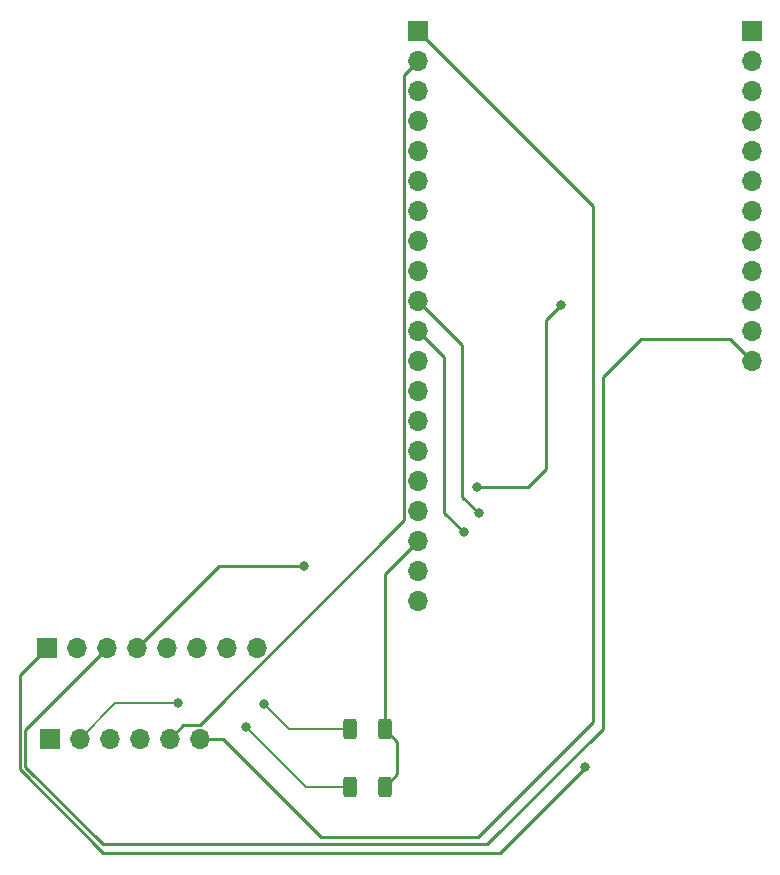
<source format=gtl>
%TF.GenerationSoftware,KiCad,Pcbnew,7.0.5*%
%TF.CreationDate,2024-03-29T22:29:18-04:00*%
%TF.ProjectId,UWB_PCB,5557425f-5043-4422-9e6b-696361645f70,rev?*%
%TF.SameCoordinates,Original*%
%TF.FileFunction,Copper,L1,Top*%
%TF.FilePolarity,Positive*%
%FSLAX46Y46*%
G04 Gerber Fmt 4.6, Leading zero omitted, Abs format (unit mm)*
G04 Created by KiCad (PCBNEW 7.0.5) date 2024-03-29 22:29:18*
%MOMM*%
%LPD*%
G01*
G04 APERTURE LIST*
G04 Aperture macros list*
%AMRoundRect*
0 Rectangle with rounded corners*
0 $1 Rounding radius*
0 $2 $3 $4 $5 $6 $7 $8 $9 X,Y pos of 4 corners*
0 Add a 4 corners polygon primitive as box body*
4,1,4,$2,$3,$4,$5,$6,$7,$8,$9,$2,$3,0*
0 Add four circle primitives for the rounded corners*
1,1,$1+$1,$2,$3*
1,1,$1+$1,$4,$5*
1,1,$1+$1,$6,$7*
1,1,$1+$1,$8,$9*
0 Add four rect primitives between the rounded corners*
20,1,$1+$1,$2,$3,$4,$5,0*
20,1,$1+$1,$4,$5,$6,$7,0*
20,1,$1+$1,$6,$7,$8,$9,0*
20,1,$1+$1,$8,$9,$2,$3,0*%
G04 Aperture macros list end*
%TA.AperFunction,SMDPad,CuDef*%
%ADD10RoundRect,0.250000X0.312500X0.625000X-0.312500X0.625000X-0.312500X-0.625000X0.312500X-0.625000X0*%
%TD*%
%TA.AperFunction,ComponentPad*%
%ADD11R,1.700000X1.700000*%
%TD*%
%TA.AperFunction,ComponentPad*%
%ADD12O,1.700000X1.700000*%
%TD*%
%TA.AperFunction,ViaPad*%
%ADD13C,0.800000*%
%TD*%
%TA.AperFunction,Conductor*%
%ADD14C,0.250000*%
%TD*%
%TA.AperFunction,Conductor*%
%ADD15C,0.200000*%
%TD*%
G04 APERTURE END LIST*
D10*
%TO.P,R1,1*%
%TO.N,/IO35*%
X158762500Y-119650000D03*
%TO.P,R1,2*%
%TO.N,/BATT+*%
X155837500Y-119650000D03*
%TD*%
%TO.P,R2,1*%
%TO.N,/IO35*%
X158762500Y-124500000D03*
%TO.P,R2,2*%
%TO.N,/BATT-*%
X155837500Y-124500000D03*
%TD*%
D11*
%TO.P,J2,1,Pin_1*%
%TO.N,/IO5*%
X130210001Y-112740000D03*
D12*
%TO.P,J2,2,Pin_2*%
%TO.N,/IO18*%
X132750001Y-112740000D03*
%TO.P,J2,3,Pin_3*%
%TO.N,/IO23*%
X135290001Y-112740000D03*
%TO.P,J2,4,Pin_4*%
%TO.N,/IO19*%
X137830000Y-112740000D03*
%TO.P,J2,5,Pin_5*%
%TO.N,unconnected-(J2-Pin_5-Pad5)*%
X140370001Y-112740000D03*
%TO.P,J2,6,Pin_6*%
%TO.N,/GND2*%
X142910001Y-112740000D03*
%TO.P,J2,7,Pin_7*%
%TO.N,/IO17*%
X145450001Y-112740000D03*
%TO.P,J2,8,Pin_8*%
%TO.N,/IO16*%
X147990001Y-112740000D03*
%TD*%
D11*
%TO.P,J1,1,Pin_1*%
%TO.N,/3.3V*%
X161600000Y-60500000D03*
D12*
%TO.P,J1,2,Pin_2*%
%TO.N,/GND1*%
X161600000Y-63040000D03*
%TO.P,J1,3,Pin_3*%
%TO.N,/RST*%
X161600000Y-65580000D03*
%TO.P,J1,4,Pin_4*%
%TO.N,/GND2*%
X161600000Y-68120000D03*
%TO.P,J1,5,Pin_5*%
%TO.N,/IO2*%
X161600000Y-70660000D03*
%TO.P,J1,6,Pin_6*%
%TO.N,/IO12*%
X161600000Y-73200000D03*
%TO.P,J1,7,Pin_7*%
%TO.N,/IO13*%
X161600000Y-75740000D03*
%TO.P,J1,8,Pin_8*%
%TO.N,/IO14*%
X161600000Y-78280000D03*
%TO.P,J1,9,Pin_9*%
%TO.N,/IO15*%
X161600000Y-80820000D03*
%TO.P,J1,10,Pin_10*%
%TO.N,/IO18*%
X161600000Y-83360000D03*
%TO.P,J1,11,Pin_11*%
%TO.N,/IO19*%
X161600000Y-85900000D03*
%TO.P,J1,12,Pin_12*%
%TO.N,/IO25*%
X161600000Y-88440000D03*
%TO.P,J1,13,Pin_13*%
%TO.N,/IO26*%
X161600000Y-90980000D03*
%TO.P,J1,14,Pin_14*%
%TO.N,/IO27*%
X161600000Y-93520000D03*
%TO.P,J1,15,Pin_15*%
%TO.N,/IO32*%
X161600000Y-96060000D03*
%TO.P,J1,16,Pin_16*%
%TO.N,/IO33*%
X161600000Y-98600000D03*
%TO.P,J1,17,Pin_17*%
%TO.N,/IO34*%
X161600000Y-101140000D03*
%TO.P,J1,18,Pin_18*%
%TO.N,/IO35*%
X161600000Y-103680000D03*
%TO.P,J1,19,Pin_19*%
%TO.N,/IO36*%
X161600000Y-106220000D03*
%TO.P,J1,20,Pin_20*%
%TO.N,/IO39*%
X161600000Y-108760000D03*
D11*
%TO.P,J1,21,Pin_21*%
%TO.N,/5V*%
X189830000Y-60500000D03*
D12*
%TO.P,J1,22,Pin_22*%
%TO.N,/GND3*%
X189830000Y-63040000D03*
%TO.P,J1,23,Pin_23*%
%TO.N,/IO3*%
X189830000Y-65580000D03*
%TO.P,J1,24,Pin_24*%
%TO.N,/IO1*%
X189830000Y-68120000D03*
%TO.P,J1,25,Pin_25*%
%TO.N,/IO0*%
X189830000Y-70660000D03*
%TO.P,J1,26,Pin_26*%
%TO.N,/IO4*%
X189830000Y-73200000D03*
%TO.P,J1,27,Pin_27*%
%TO.N,/IO5*%
X189830000Y-75740000D03*
%TO.P,J1,28,Pin_28*%
%TO.N,/IO16*%
X189830000Y-78280000D03*
%TO.P,J1,29,Pin_29*%
%TO.N,/IO17*%
X189830000Y-80820000D03*
%TO.P,J1,30,Pin_30*%
%TO.N,/IO21*%
X189830000Y-83360000D03*
%TO.P,J1,31,Pin_31*%
%TO.N,/IO22*%
X189830000Y-85900000D03*
%TO.P,J1,32,Pin_32*%
%TO.N,/IO23*%
X189830000Y-88440000D03*
%TD*%
D11*
%TO.P,J3,1,Pin_1*%
%TO.N,/BATT-*%
X130400000Y-120434000D03*
D12*
%TO.P,J3,2,Pin_2*%
%TO.N,/BATT+*%
X132940000Y-120434000D03*
%TO.P,J3,3,Pin_3*%
%TO.N,/IO25*%
X135480000Y-120434000D03*
%TO.P,J3,4,Pin_4*%
%TO.N,/IO26*%
X138020000Y-120434000D03*
%TO.P,J3,5,Pin_5*%
%TO.N,/GND1*%
X140560000Y-120434000D03*
%TO.P,J3,6,Pin_6*%
%TO.N,/3.3V*%
X143100000Y-120434000D03*
%TD*%
D13*
%TO.N,/IO19*%
X151900000Y-105800000D03*
X165450000Y-102950000D03*
%TO.N,/IO18*%
X166750000Y-101350000D03*
%TO.N,/IO16*%
X166550000Y-99150000D03*
X173700000Y-83750000D03*
%TO.N,/IO5*%
X175700000Y-122850000D03*
%TO.N,/BATT-*%
X147050000Y-119450000D03*
%TO.N,/BATT+*%
X141300000Y-117450000D03*
X148550000Y-117500000D03*
%TD*%
D14*
%TO.N,/IO35*%
X158762500Y-106517500D02*
X158762500Y-119650000D01*
X161600000Y-103680000D02*
X158762500Y-106517500D01*
X159850000Y-123412500D02*
X159850000Y-120737500D01*
X159850000Y-120737500D02*
X158762500Y-119650000D01*
X158762500Y-124500000D02*
X159850000Y-123412500D01*
%TO.N,/IO19*%
X144770000Y-105800000D02*
X151900000Y-105800000D01*
X163800000Y-101300000D02*
X165450000Y-102950000D01*
X137830000Y-112740000D02*
X144770000Y-105800000D01*
X161600000Y-85900000D02*
X163800000Y-88100000D01*
X163800000Y-88100000D02*
X163800000Y-101300000D01*
%TO.N,/IO18*%
X161600000Y-83360000D02*
X165350000Y-87110000D01*
X165350000Y-87110000D02*
X165350000Y-99950000D01*
X165350000Y-99950000D02*
X166750000Y-101350000D01*
%TO.N,/GND1*%
X141735000Y-119259000D02*
X143141000Y-119259000D01*
X160425000Y-64215000D02*
X161600000Y-63040000D01*
X143141000Y-119259000D02*
X160425000Y-101975000D01*
X160425000Y-101975000D02*
X160425000Y-64215000D01*
X140560000Y-120434000D02*
X141735000Y-119259000D01*
%TO.N,/3.3V*%
X166700000Y-128750000D02*
X176450000Y-119000000D01*
X161600000Y-60526778D02*
X161600000Y-60500000D01*
X145084000Y-120434000D02*
X153400000Y-128750000D01*
X143100000Y-120434000D02*
X145084000Y-120434000D01*
X176450000Y-75376778D02*
X161600000Y-60526778D01*
X153400000Y-128750000D02*
X166700000Y-128750000D01*
X176450000Y-119000000D02*
X176450000Y-75376778D01*
%TO.N,/IO23*%
X167436396Y-129400000D02*
X177250000Y-119586396D01*
X135290001Y-112740000D02*
X128350000Y-119680001D01*
X177250000Y-89800000D02*
X180450000Y-86600000D01*
X180450000Y-86600000D02*
X187990000Y-86600000D01*
X187990000Y-86600000D02*
X189830000Y-88440000D01*
X134900000Y-129400000D02*
X167436396Y-129400000D01*
X177250000Y-119586396D02*
X177250000Y-89800000D01*
X128350000Y-119680001D02*
X128350000Y-122850000D01*
X128350000Y-122850000D02*
X134900000Y-129400000D01*
%TO.N,/IO16*%
X166550000Y-99150000D02*
X170900000Y-99150000D01*
X170900000Y-99150000D02*
X172450000Y-97600000D01*
X172450000Y-97600000D02*
X172450000Y-85000000D01*
X172450000Y-85000000D02*
X173700000Y-83750000D01*
%TO.N,/IO5*%
X127900000Y-115050001D02*
X127900000Y-123036396D01*
X134963604Y-130100000D02*
X168500000Y-130100000D01*
X168500000Y-130100000D02*
X175700000Y-122900000D01*
X130210001Y-112740000D02*
X127900000Y-115050001D01*
X127900000Y-123036396D02*
X134963604Y-130100000D01*
D15*
%TO.N,/BATT-*%
X155837500Y-124500000D02*
X152100000Y-124500000D01*
X152100000Y-124500000D02*
X147050000Y-119450000D01*
%TO.N,/BATT+*%
X141300000Y-117450000D02*
X135924000Y-117450000D01*
X135924000Y-117450000D02*
X132940000Y-120434000D01*
X155837500Y-119650000D02*
X150650000Y-119650000D01*
X150650000Y-119650000D02*
X148550000Y-117550000D01*
%TD*%
M02*

</source>
